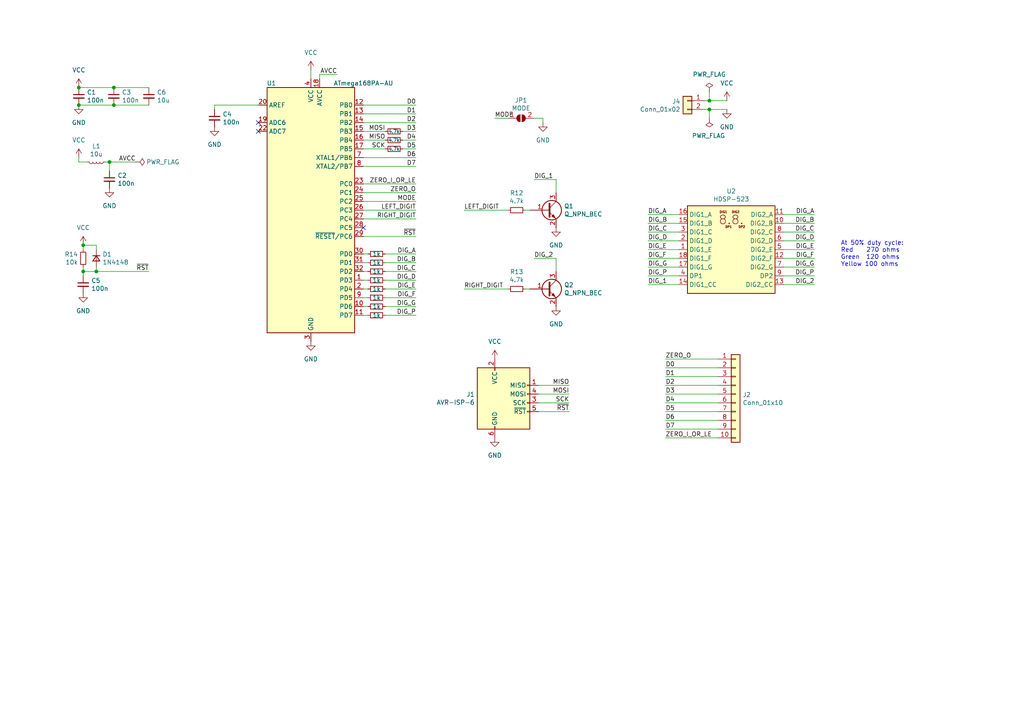
<source format=kicad_sch>
(kicad_sch (version 20211123) (generator eeschema)
  (paper "A4")
  (title_block (title "7 Segment Hex Display") (date "2021-12-17") (rev "A"))
  (lib_symbols
    (symbol "Connector:AVR-ISP-6" (pin_names (offset 1.016))
      (property "Reference" "J" (at -6.35 11.43 0))
      (property "Value" "AVR-ISP-6" (at 0 11.43 0))
      (symbol "AVR-ISP-6_0_1"
        (rectangle (start -2.667 -6.858) (end -2.413 -7.62))
        (rectangle (start -2.667 10.16) (end -2.413 9.398))
        (rectangle (start 7.62 -2.413) (end 6.858 -2.667))
        (rectangle (start 7.62 0.127) (end 6.858 -0.127))
        (rectangle (start 7.62 2.667) (end 6.858 2.413))
        (rectangle (start 7.62 5.207) (end 6.858 4.953))
        (rectangle (start 7.62 10.16) (end -7.62 -7.62) (stroke (width 0.254)) (fill (type background)))
      )
      (symbol "AVR-ISP-6_1_1"
        (pin passive line (at 10.16 5.08 180) (length 2.54) (name "MISO") (number "1"))
        (pin passive line (at -2.54 12.7 270) (length 2.54) (name "VCC") (number "2"))
        (pin passive line (at 10.16 0 180) (length 2.54) (name "SCK") (number "3"))
        (pin passive line (at 10.16 2.54 180) (length 2.54) (name "MOSI") (number "4"))
        (pin passive line (at 10.16 -2.54 180) (length 2.54) (name "~{RST}") (number "5"))
        (pin passive line (at -2.54 -10.16 90) (length 2.54) (name "GND") (number "6"))
      )
    )
    (symbol "Connector_Generic:Conn_01x02" (pin_names (offset 1.016) hide)
      (property "Reference" "J" (at 0 2.54 0))
      (property "Value" "Conn_01x02" (at 0 -5.08 0))
      (symbol "Conn_01x02_1_1"
        (rectangle (start -1.27 -2.413) (end 0 -2.667) (stroke (width 0.1524)))
        (rectangle (start -1.27 0.127) (end 0 -0.127) (stroke (width 0.1524)))
        (rectangle (start -1.27 1.27) (end 1.27 -3.81) (stroke (width 0.254)) (fill (type background)))
        (pin passive line (at -5.08 0 0) (length 3.81) (name "Pin_1") (number "1"))
        (pin passive line (at -5.08 -2.54 0) (length 3.81) (name "Pin_2") (number "2"))
      )
    )
    (symbol "Connector_Generic:Conn_01x10" (pin_names (offset 1.016) hide)
      (property "Reference" "J" (at 0 12.7 0))
      (property "Value" "Conn_01x10" (at 0 -15.24 0))
      (symbol "Conn_01x10_1_1"
        (rectangle (start -1.27 -12.573) (end 0 -12.827) (stroke (width 0.1524)))
        (rectangle (start -1.27 -10.033) (end 0 -10.287) (stroke (width 0.1524)))
        (rectangle (start -1.27 -7.493) (end 0 -7.747) (stroke (width 0.1524)))
        (rectangle (start -1.27 -4.953) (end 0 -5.207) (stroke (width 0.1524)))
        (rectangle (start -1.27 -2.413) (end 0 -2.667) (stroke (width 0.1524)))
        (rectangle (start -1.27 0.127) (end 0 -0.127) (stroke (width 0.1524)))
        (rectangle (start -1.27 2.667) (end 0 2.413) (stroke (width 0.1524)))
        (rectangle (start -1.27 5.207) (end 0 4.953) (stroke (width 0.1524)))
        (rectangle (start -1.27 7.747) (end 0 7.493) (stroke (width 0.1524)))
        (rectangle (start -1.27 10.287) (end 0 10.033) (stroke (width 0.1524)))
        (rectangle (start -1.27 11.43) (end 1.27 -13.97) (stroke (width 0.254)) (fill (type background)))
        (pin passive line (at -5.08 10.16 0) (length 3.81) (name "Pin_1") (number "1"))
        (pin passive line (at -5.08 -12.7 0) (length 3.81) (name "Pin_10") (number "10"))
        (pin passive line (at -5.08 7.62 0) (length 3.81) (name "Pin_2") (number "2"))
        (pin passive line (at -5.08 5.08 0) (length 3.81) (name "Pin_3") (number "3"))
        (pin passive line (at -5.08 2.54 0) (length 3.81) (name "Pin_4") (number "4"))
        (pin passive line (at -5.08 0 0) (length 3.81) (name "Pin_5") (number "5"))
        (pin passive line (at -5.08 -2.54 0) (length 3.81) (name "Pin_6") (number "6"))
        (pin passive line (at -5.08 -5.08 0) (length 3.81) (name "Pin_7") (number "7"))
        (pin passive line (at -5.08 -7.62 0) (length 3.81) (name "Pin_8") (number "8"))
        (pin passive line (at -5.08 -10.16 0) (length 3.81) (name "Pin_9") (number "9"))
      )
    )
    (symbol "Device:C_Small" (pin_numbers hide) (pin_names (offset 0.254) hide)
      (property "Reference" "C" (at 0.254 1.778 0))
      (property "Value" "C_Small" (at 0.254 -2.032 0))
      (symbol "C_Small_0_1"
        (polyline (pts (xy -1.524 -0.508) (xy 1.524 -0.508)) (stroke (width 0.3302)))
        (polyline (pts (xy -1.524 0.508) (xy 1.524 0.508)) (stroke (width 0.3048)))
      )
      (symbol "C_Small_1_1"
        (pin passive line (at 0 2.54 270) (length 2.032) (name "~") (number "1"))
        (pin passive line (at 0 -2.54 90) (length 2.032) (name "~") (number "2"))
      )
    )
    (symbol "Device:D_Small" (pin_numbers hide) (pin_names (offset 0.254) hide)
      (property "Reference" "D" (at -1.27 2.032 0))
      (property "Value" "D_Small" (at -3.81 -2.032 0))
      (symbol "D_Small_0_1"
        (polyline (pts (xy -0.762 -1.016) (xy -0.762 1.016)) (stroke (width 0.254)))
        (polyline (pts (xy -0.762 0) (xy 0.762 0)))
        (polyline (pts (xy 0.762 -1.016) (xy -0.762 0) (xy 0.762 1.016) (xy 0.762 -1.016)) (stroke (width 0.254)))
      )
      (symbol "D_Small_1_1"
        (pin passive line (at -2.54 0 0) (length 1.778) (name "K") (number "1"))
        (pin passive line (at 2.54 0 180) (length 1.778) (name "A") (number "2"))
      )
    )
    (symbol "Device:L_Small" (pin_numbers hide) (pin_names (offset 0.254) hide)
      (property "Reference" "L" (at 0.762 1.016 0))
      (property "Value" "L_Small" (at 0.762 -1.016 0))
      (symbol "L_Small_0_1"
        (arc (start 0 -2.032) (mid 0.508 -1.524) (end 0 -1.016))
        (arc (start 0 -1.016) (mid 0.508 -0.508) (end 0 0))
        (arc (start 0 0) (mid 0.508 0.508) (end 0 1.016))
        (arc (start 0 1.016) (mid 0.508 1.524) (end 0 2.032))
      )
      (symbol "L_Small_1_1"
        (pin passive line (at 0 2.54 270) (length 0.508) (name "~") (number "1"))
        (pin passive line (at 0 -2.54 90) (length 0.508) (name "~") (number "2"))
      )
    )
    (symbol "Device:Q_NPN_BEC" (pin_names (offset 0) hide)
      (property "Reference" "Q" (at 5.08 1.27 0))
      (property "Value" "Q_NPN_BEC" (at 5.08 -1.27 0))
      (symbol "Q_NPN_BEC_0_1"
        (polyline (pts (xy 0.635 0.635) (xy 2.54 2.54)))
        (polyline (pts (xy 0.635 -0.635) (xy 2.54 -2.54) (xy 2.54 -2.54)))
        (polyline (pts (xy 0.635 1.905) (xy 0.635 -1.905) (xy 0.635 -1.905)) (stroke (width 0.508)))
        (polyline (pts (xy 1.27 -1.778) (xy 1.778 -1.27) (xy 2.286 -2.286) (xy 1.27 -1.778) (xy 1.27 -1.778)) (fill (type outline)))
        (circle (center 1.27 0) (radius 2.8194) (stroke (width 0.254)))
      )
      (symbol "Q_NPN_BEC_1_1"
        (pin input line (at -5.08 0 0) (length 5.715) (name "B") (number "1"))
        (pin passive line (at 2.54 -5.08 90) (length 2.54) (name "E") (number "2"))
        (pin passive line (at 2.54 5.08 270) (length 2.54) (name "C") (number "3"))
      )
    )
    (symbol "Device:R_Small" (pin_numbers hide) (pin_names (offset 0.254) hide)
      (property "Reference" "R" (at 0.762 0.508 0))
      (property "Value" "R_Small" (at 0.762 -1.016 0))
      (symbol "R_Small_0_1"
        (rectangle (start -0.762 1.778) (end 0.762 -1.778) (stroke (width 0.2032)))
      )
      (symbol "R_Small_1_1"
        (pin passive line (at 0 2.54 270) (length 0.762) (name "~") (number "1"))
        (pin passive line (at 0 -2.54 90) (length 0.762) (name "~") (number "2"))
      )
    )
    (symbol "Display_Character:DC56-11SRWA"
      (property "Reference" "U" (at -11.43 13.97 0))
      (property "Value" "DC56-11SRWA" (at 12.065 13.97 0))
      (symbol "DC56-11SRWA_0_0"
        (text "8.8." (at 0 8.636 0) (effects (font (size 2.54 2.54))))
        (text "DIG1" (at -2.286 10.922 0) (effects (font (size 0.635 0.635))))
        (text "DIG2" (at 1.27 10.922 0) (effects (font (size 0.635 0.635))))
        (text "DP1" (at -0.762 6.604 0) (effects (font (size 0.635 0.635))))
        (text "DP2" (at 3.048 6.604 0) (effects (font (size 0.635 0.635))))
      )
      (symbol "DC56-11SRWA_0_1"
        (rectangle (start -12.7 12.7) (end 12.7 -12.7) (stroke (width 0.254)) (fill (type background)))
      )
      (symbol "DC56-11SRWA_1_1"
        (pin input line (at -15.24 0 0) (length 2.54) (name "DIG1_E") (number "1"))
        (pin input line (at 15.24 7.62 180) (length 2.54) (name "DIG2_B") (number "10"))
        (pin input line (at 15.24 10.16 180) (length 2.54) (name "DIG2_A") (number "11"))
        (pin input line (at 15.24 -2.54 180) (length 2.54) (name "DIG2_F") (number "12"))
        (pin input line (at 15.24 -10.16 180) (length 2.54) (name "DIG2_CC") (number "13"))
        (pin input line (at -15.24 -10.16 0) (length 2.54) (name "DIG1_CC") (number "14"))
        (pin input line (at -15.24 7.62 0) (length 2.54) (name "DIG1_B") (number "15"))
        (pin input line (at -15.24 10.16 0) (length 2.54) (name "DIG1_A") (number "16"))
        (pin input line (at -15.24 -5.08 0) (length 2.54) (name "DIG1_G") (number "17"))
        (pin input line (at -15.24 -2.54 0) (length 2.54) (name "DIG1_F") (number "18"))
        (pin input line (at -15.24 2.54 0) (length 2.54) (name "DIG1_D") (number "2"))
        (pin input line (at -15.24 5.08 0) (length 2.54) (name "DIG1_C") (number "3"))
        (pin input line (at -15.24 -7.62 0) (length 2.54) (name "DP1") (number "4"))
        (pin input line (at 15.24 0 180) (length 2.54) (name "DIG2_E") (number "5"))
        (pin input line (at 15.24 2.54 180) (length 2.54) (name "DIG2_D") (number "6"))
        (pin input line (at 15.24 -5.08 180) (length 2.54) (name "DIG2_G") (number "7"))
        (pin input line (at 15.24 5.08 180) (length 2.54) (name "DIG2_C") (number "8"))
        (pin input line (at 15.24 -7.62 180) (length 2.54) (name "DP2") (number "9"))
      )
    )
    (symbol "Jumper:SolderJumper_2_Open" (pin_names (offset 0) hide)
      (property "Reference" "JP" (at 0 2.032 0))
      (property "Value" "SolderJumper_2_Open" (at 0 -2.54 0))
      (symbol "SolderJumper_2_Open_0_1"
        (arc (start -0.254 1.016) (mid -1.27 0) (end -0.254 -1.016))
        (arc (start -0.254 1.016) (mid -1.27 0) (end -0.254 -1.016) (fill (type outline)))
        (polyline (pts (xy -0.254 1.016) (xy -0.254 -1.016)))
        (polyline (pts (xy 0.254 1.016) (xy 0.254 -1.016)))
        (arc (start 0.254 -1.016) (mid 1.27 0) (end 0.254 1.016))
        (arc (start 0.254 -1.016) (mid 1.27 0) (end 0.254 1.016) (fill (type outline)))
      )
      (symbol "SolderJumper_2_Open_1_1"
        (pin passive line (at -3.81 0 0) (length 2.54) (name "A") (number "1"))
        (pin passive line (at 3.81 0 180) (length 2.54) (name "B") (number "2"))
      )
    )
    (symbol "MCU_Microchip_ATmega:ATmega168PA-A"
      (property "Reference" "U" (at -12.7 36.83 0))
      (property "Value" "ATmega168PA-A" (at 2.54 -36.83 0))
      (symbol "ATmega168PA-A_0_1"
        (rectangle (start -12.7 -35.56) (end 12.7 35.56) (stroke (width 0.254)) (fill (type background)))
      )
      (symbol "ATmega168PA-A_1_1"
        (pin bidirectional line (at 15.24 -20.32 180) (length 2.54) (name "PD3") (number "1"))
        (pin bidirectional line (at 15.24 -27.94 180) (length 2.54) (name "PD6") (number "10"))
        (pin bidirectional line (at 15.24 -30.48 180) (length 2.54) (name "PD7") (number "11"))
        (pin bidirectional line (at 15.24 30.48 180) (length 2.54) (name "PB0") (number "12"))
        (pin bidirectional line (at 15.24 27.94 180) (length 2.54) (name "PB1") (number "13"))
        (pin bidirectional line (at 15.24 25.4 180) (length 2.54) (name "PB2") (number "14"))
        (pin bidirectional line (at 15.24 22.86 180) (length 2.54) (name "PB3") (number "15"))
        (pin bidirectional line (at 15.24 20.32 180) (length 2.54) (name "PB4") (number "16"))
        (pin bidirectional line (at 15.24 17.78 180) (length 2.54) (name "PB5") (number "17"))
        (pin power_in line (at 2.54 38.1 270) (length 2.54) (name "AVCC") (number "18"))
        (pin input line (at -15.24 25.4 0) (length 2.54) (name "ADC6") (number "19"))
        (pin bidirectional line (at 15.24 -22.86 180) (length 2.54) (name "PD4") (number "2"))
        (pin passive line (at -15.24 30.48 0) (length 2.54) (name "AREF") (number "20"))
        (pin passive line (at 0 -38.1 90) (length 2.54) hide (name "GND") (number "21"))
        (pin input line (at -15.24 22.86 0) (length 2.54) (name "ADC7") (number "22"))
        (pin bidirectional line (at 15.24 7.62 180) (length 2.54) (name "PC0") (number "23"))
        (pin bidirectional line (at 15.24 5.08 180) (length 2.54) (name "PC1") (number "24"))
        (pin bidirectional line (at 15.24 2.54 180) (length 2.54) (name "PC2") (number "25"))
        (pin bidirectional line (at 15.24 0 180) (length 2.54) (name "PC3") (number "26"))
        (pin bidirectional line (at 15.24 -2.54 180) (length 2.54) (name "PC4") (number "27"))
        (pin bidirectional line (at 15.24 -5.08 180) (length 2.54) (name "PC5") (number "28"))
        (pin bidirectional line (at 15.24 -7.62 180) (length 2.54) (name "~{RESET}/PC6") (number "29"))
        (pin power_in line (at 0 -38.1 90) (length 2.54) (name "GND") (number "3"))
        (pin bidirectional line (at 15.24 -12.7 180) (length 2.54) (name "PD0") (number "30"))
        (pin bidirectional line (at 15.24 -15.24 180) (length 2.54) (name "PD1") (number "31"))
        (pin bidirectional line (at 15.24 -17.78 180) (length 2.54) (name "PD2") (number "32"))
        (pin power_in line (at 0 38.1 270) (length 2.54) (name "VCC") (number "4"))
        (pin passive line (at 0 -38.1 90) (length 2.54) hide (name "GND") (number "5"))
        (pin passive line (at 0 38.1 270) (length 2.54) hide (name "VCC") (number "6"))
        (pin bidirectional line (at 15.24 15.24 180) (length 2.54) (name "XTAL1/PB6") (number "7"))
        (pin bidirectional line (at 15.24 12.7 180) (length 2.54) (name "XTAL2/PB7") (number "8"))
        (pin bidirectional line (at 15.24 -25.4 180) (length 2.54) (name "PD5") (number "9"))
      )
    )
    (symbol "power:GND" (power) (pin_names (offset 0))
      (property "Value" "GND" (at 0 -3.81 0))
      (symbol "GND_0_1"
        (polyline (pts (xy 0 0) (xy 0 -1.27) (xy 1.27 -1.27) (xy 0 -2.54) (xy -1.27 -1.27) (xy 0 -1.27)))
      )
      (symbol "GND_1_1"
        (pin power_in line (at 0 0 270) (length 0) hide (name "GND") (number "1"))
      )
    )
    (symbol "power:PWR_FLAG" (power) (pin_numbers hide) (pin_names (offset 0) hide)
      (property "Value" "PWR_FLAG" (at 0 3.81 0))
      (symbol "PWR_FLAG_0_0"
        (pin power_out line (at 0 0 90) (length 0) (name "pwr") (number "1"))
      )
      (symbol "PWR_FLAG_0_1"
        (polyline (pts (xy 0 0) (xy 0 1.27) (xy -1.016 1.905) (xy 0 2.54) (xy 1.016 1.905) (xy 0 1.27)))
      )
    )
    (symbol "power:VCC" (power) (pin_names (offset 0))
      (property "Value" "VCC" (at 0 3.81 0))
      (symbol "VCC_0_1"
        (polyline (pts (xy -0.762 1.27) (xy 0 2.54)))
        (polyline (pts (xy 0 0) (xy 0 2.54)))
        (polyline (pts (xy 0 2.54) (xy 0.762 1.27)))
      )
      (symbol "VCC_1_1"
        (pin power_in line (at 0 0 90) (length 0) hide (name "VCC") (number "1"))
      )
    )
  )
  (junction (at 31.75 46.99))
  (junction (at 24.13 78.74))
  (junction (at 205.74 29.21))
  (junction (at 205.74 31.75))
  (junction (at 22.86 25.4))
  (junction (at 22.86 30.48))
  (junction (at 27.94 78.74))
  (junction (at 33.02 30.48))
  (junction (at 24.13 71.12))
  (junction (at 33.02 25.4))
  (no_connect (at 105.41 66.04))
  (no_connect (at 74.93 38.1))
  (no_connect (at 74.93 35.56))
  (wire (pts (xy 24.13 77.47) (xy 24.13 78.74)))
  (wire (pts (xy 92.71 21.59) (xy 97.79 21.59)))
  (wire (pts (xy 227.33 64.77) (xy 236.22 64.77)))
  (wire (pts (xy 106.68 91.44) (xy 105.41 91.44)))
  (wire (pts (xy 227.33 69.85) (xy 236.22 69.85)))
  (wire (pts (xy 22.86 30.48) (xy 33.02 30.48)))
  (wire (pts (xy 105.41 43.18) (xy 111.76 43.18)))
  (wire (pts (xy 193.04 104.14) (xy 208.28 104.14)))
  (wire (pts (xy 210.82 29.21) (xy 205.74 29.21)))
  (wire (pts (xy 196.85 64.77) (xy 187.96 64.77)))
  (wire (pts (xy 92.71 21.59) (xy 92.71 22.86)))
  (wire (pts (xy 111.76 91.44) (xy 120.65 91.44)))
  (wire (pts (xy 120.65 53.34) (xy 105.41 53.34)))
  (wire (pts (xy 147.32 83.82) (xy 134.62 83.82)))
  (wire (pts (xy 106.68 78.74) (xy 105.41 78.74)))
  (wire (pts (xy 196.85 74.93) (xy 187.96 74.93)))
  (wire (pts (xy 227.33 72.39) (xy 236.22 72.39)))
  (wire (pts (xy 161.29 52.07) (xy 161.29 55.88)))
  (wire (pts (xy 33.02 30.48) (xy 43.18 30.48)))
  (wire (pts (xy 25.4 46.99) (xy 22.86 46.99)))
  (wire (pts (xy 120.65 68.58) (xy 105.41 68.58)))
  (wire (pts (xy 196.85 82.55) (xy 187.96 82.55)))
  (wire (pts (xy 111.76 88.9) (xy 120.65 88.9)))
  (wire (pts (xy 24.13 71.12) (xy 27.94 71.12)))
  (wire (pts (xy 208.28 109.22) (xy 193.04 109.22)))
  (wire (pts (xy 111.76 83.82) (xy 120.65 83.82)))
  (wire (pts (xy 161.29 74.93) (xy 161.29 78.74)))
  (wire (pts (xy 227.33 80.01) (xy 236.22 80.01)))
  (wire (pts (xy 193.04 106.68) (xy 208.28 106.68)))
  (wire (pts (xy 227.33 74.93) (xy 236.22 74.93)))
  (wire (pts (xy 116.84 38.1) (xy 120.65 38.1)))
  (wire (pts (xy 33.02 25.4) (xy 43.18 25.4)))
  (wire (pts (xy 204.47 31.75) (xy 205.74 31.75)))
  (wire (pts (xy 196.85 72.39) (xy 187.96 72.39)))
  (wire (pts (xy 111.76 86.36) (xy 120.65 86.36)))
  (wire (pts (xy 106.68 88.9) (xy 105.41 88.9)))
  (wire (pts (xy 227.33 82.55) (xy 236.22 82.55)))
  (wire (pts (xy 208.28 119.38) (xy 193.04 119.38)))
  (wire (pts (xy 154.94 74.93) (xy 161.29 74.93)))
  (wire (pts (xy 120.65 30.48) (xy 105.41 30.48)))
  (wire (pts (xy 105.41 81.28) (xy 106.68 81.28)))
  (wire (pts (xy 120.65 45.72) (xy 105.41 45.72)))
  (wire (pts (xy 30.48 46.99) (xy 31.75 46.99)))
  (wire (pts (xy 24.13 78.74) (xy 27.94 78.74)))
  (wire (pts (xy 31.75 46.99) (xy 39.37 46.99)))
  (wire (pts (xy 120.65 55.88) (xy 105.41 55.88)))
  (wire (pts (xy 196.85 69.85) (xy 187.96 69.85)))
  (wire (pts (xy 111.76 76.2) (xy 120.65 76.2)))
  (wire (pts (xy 193.04 121.92) (xy 208.28 121.92)))
  (wire (pts (xy 208.28 114.3) (xy 193.04 114.3)))
  (wire (pts (xy 62.23 31.75) (xy 62.23 30.48)))
  (wire (pts (xy 105.41 40.64) (xy 111.76 40.64)))
  (wire (pts (xy 205.74 29.21) (xy 204.47 29.21)))
  (wire (pts (xy 154.94 52.07) (xy 161.29 52.07)))
  (wire (pts (xy 111.76 81.28) (xy 120.65 81.28)))
  (wire (pts (xy 227.33 62.23) (xy 236.22 62.23)))
  (wire (pts (xy 120.65 40.64) (xy 116.84 40.64)))
  (wire (pts (xy 27.94 71.12) (xy 27.94 72.39)))
  (wire (pts (xy 111.76 78.74) (xy 120.65 78.74)))
  (wire (pts (xy 205.74 31.75) (xy 205.74 34.29)))
  (wire (pts (xy 193.04 116.84) (xy 208.28 116.84)))
  (wire (pts (xy 227.33 77.47) (xy 236.22 77.47)))
  (wire (pts (xy 22.86 25.4) (xy 33.02 25.4)))
  (wire (pts (xy 193.04 127) (xy 208.28 127)))
  (wire (pts (xy 24.13 78.74) (xy 24.13 80.01)))
  (wire (pts (xy 205.74 31.75) (xy 210.82 31.75)))
  (wire (pts (xy 120.65 35.56) (xy 105.41 35.56)))
  (wire (pts (xy 105.41 76.2) (xy 106.68 76.2)))
  (wire (pts (xy 153.67 83.82) (xy 152.4 83.82)))
  (wire (pts (xy 105.41 63.5) (xy 120.65 63.5)))
  (wire (pts (xy 120.65 58.42) (xy 105.41 58.42)))
  (wire (pts (xy 106.68 73.66) (xy 105.41 73.66)))
  (wire (pts (xy 208.28 124.46) (xy 193.04 124.46)))
  (wire (pts (xy 157.48 34.29) (xy 154.94 34.29)))
  (wire (pts (xy 227.33 67.31) (xy 236.22 67.31)))
  (wire (pts (xy 156.21 111.76) (xy 165.1 111.76)))
  (wire (pts (xy 105.41 60.96) (xy 120.65 60.96)))
  (wire (pts (xy 196.85 77.47) (xy 187.96 77.47)))
  (wire (pts (xy 106.68 83.82) (xy 105.41 83.82)))
  (wire (pts (xy 105.41 33.02) (xy 120.65 33.02)))
  (wire (pts (xy 165.1 119.38) (xy 156.21 119.38)))
  (wire (pts (xy 147.32 60.96) (xy 134.62 60.96)))
  (wire (pts (xy 153.67 60.96) (xy 152.4 60.96)))
  (wire (pts (xy 196.85 80.01) (xy 187.96 80.01)))
  (wire (pts (xy 111.76 38.1) (xy 105.41 38.1)))
  (wire (pts (xy 196.85 67.31) (xy 187.96 67.31)))
  (wire (pts (xy 105.41 48.26) (xy 120.65 48.26)))
  (wire (pts (xy 165.1 114.3) (xy 156.21 114.3)))
  (wire (pts (xy 62.23 30.48) (xy 74.93 30.48)))
  (wire (pts (xy 143.51 34.29) (xy 147.32 34.29)))
  (wire (pts (xy 22.86 46.99) (xy 22.86 45.72)))
  (wire (pts (xy 196.85 62.23) (xy 187.96 62.23)))
  (wire (pts (xy 116.84 43.18) (xy 120.65 43.18)))
  (wire (pts (xy 105.41 86.36) (xy 106.68 86.36)))
  (wire (pts (xy 27.94 78.74) (xy 43.18 78.74)))
  (wire (pts (xy 157.48 35.56) (xy 157.48 34.29)))
  (wire (pts (xy 156.21 116.84) (xy 165.1 116.84)))
  (wire (pts (xy 193.04 111.76) (xy 208.28 111.76)))
  (wire (pts (xy 31.75 49.53) (xy 31.75 46.99)))
  (wire (pts (xy 205.74 26.67) (xy 205.74 29.21)))
  (wire (pts (xy 111.76 73.66) (xy 120.65 73.66)))
  (wire (pts (xy 27.94 77.47) (xy 27.94 78.74)))
  (wire (pts (xy 24.13 72.39) (xy 24.13 71.12)))
  (wire (pts (xy 90.17 20.32) (xy 90.17 22.86)))
  (text "At 50% duty cycle:\nRed    270 ohms\nGreen  120 ohms\nYellow 100 ohms" (at 243.84 77.47 0) (effects (font (size 1.27 1.27)) (justify left bottom)))
  (label "DIG_F" (at 236.22 74.93 180))
  (label "D1" (at 120.65 33.02 180))
  (label "AVCC" (at 97.79 21.59 180))
  (label "LEFT_DIGIT" (at 120.65 60.96 180))
  (label "DIG_G" (at 120.65 88.9 180))
  (label "DIG_P" (at 236.22 80.01 180))
  (label "~{RST}" (at 120.65 68.58 180))
  (label "D1" (at 193.04 109.22 0))
  (label "DIG_A" (at 187.96 62.23 0))
  (label "DIG_D" (at 236.22 69.85 180))
  (label "D6" (at 120.65 45.72 180))
  (label "DIG_B" (at 187.96 64.77 0))
  (label "DIG_B" (at 236.22 64.77 180))
  (label "RIGHT_DIGIT" (at 134.62 83.82 0))
  (label "DIG_C" (at 120.65 78.74 180))
  (label "LEFT_DIGIT" (at 134.62 60.96 0))
  (label "DIG_E" (at 120.65 83.82 180))
  (label "DIG_1" (at 154.94 52.07 0))
  (label "D3" (at 120.65 38.1 180))
  (label "D6" (at 193.04 121.92 0))
  (label "MISO" (at 165.1 111.76 180))
  (label "SCK" (at 165.1 116.84 180))
  (label "D5" (at 193.04 119.38 0))
  (label "DIG_E" (at 187.96 72.39 0))
  (label "RIGHT_DIGIT" (at 120.65 63.5 180))
  (label "D7" (at 120.65 48.26 180))
  (label "DIG_1" (at 187.96 82.55 0))
  (label "DIG_G" (at 236.22 77.47 180))
  (label "D3" (at 193.04 114.3 0))
  (label "DIG_F" (at 187.96 74.93 0))
  (label "DIG_2" (at 154.94 74.93 0))
  (label "DIG_D" (at 120.65 81.28 180))
  (label "DIG_P" (at 120.65 91.44 180))
  (label "MOSI" (at 165.1 114.3 180))
  (label "D0" (at 193.04 106.68 0))
  (label "ZERO_O" (at 193.04 104.14 0))
  (label "MODE" (at 143.51 34.29 0))
  (label "DIG_E" (at 236.22 72.39 180))
  (label "DIG_D" (at 187.96 69.85 0))
  (label "D2" (at 120.65 35.56 180))
  (label "~{RST}" (at 43.18 78.74 180))
  (label "DIG_C" (at 187.96 67.31 0))
  (label "D0" (at 120.65 30.48 180))
  (label "SCK" (at 111.76 43.18 180))
  (label "ZERO_O" (at 120.65 55.88 180))
  (label "DIG_P" (at 187.96 80.01 0))
  (label "D7" (at 193.04 124.46 0))
  (label "D4" (at 193.04 116.84 0))
  (label "D2" (at 193.04 111.76 0))
  (label "DIG_2" (at 236.22 82.55 180))
  (label "DIG_G" (at 187.96 77.47 0))
  (label "D4" (at 120.65 40.64 180))
  (label "DIG_B" (at 120.65 76.2 180))
  (label "MODE" (at 120.65 58.42 180))
  (label "AVCC" (at 39.37 46.99 180))
  (label "MOSI" (at 111.76 38.1 180))
  (label "~{RST}" (at 165.1 119.38 180))
  (label "ZERO_I_OR_LE" (at 193.04 127 0))
  (label "DIG_A" (at 236.22 62.23 180))
  (label "DIG_A" (at 120.65 73.66 180))
  (label "ZERO_I_OR_LE" (at 120.65 53.34 180))
  (label "D5" (at 120.65 43.18 180))
  (label "DIG_C" (at 236.22 67.31 180))
  (label "DIG_F" (at 120.65 86.36 180))
  (label "MISO" (at 111.76 40.64 180))
  (symbol (lib_id "Display_Character:DC56-11SRWA") (at 212.09 72.39 0) (unit 1)
    (property "Reference" "U2" (at 212.09 55.4482 0))
    (property "Value" "HDSP-523" (at 212.09 57.7596 0))
    (property "Footprint" "Display_7Segment:DA56-11SURKWA" (effects hide))
    (property "Datasheet" "http://www.kingbrightusa.com/images/catalog/SPEC/DC56-11SRWA.pdf" (effects hide))
  )
  (symbol (lib_id "Connector_Generic:Conn_01x02") (at 199.39 29.21 0) (mirror y) (unit 1)
    (property "Reference" "J4" (at 197.358 29.4132 0) (effects (justify left)))
    (property "Value" "Conn_01x02" (at 197.358 31.7246 0) (effects (justify left)))
    (property "Footprint" "Connector_PinHeader_2.54mm:PinHeader_1x02_P2.54mm_Vertical_SMD_Pin1Left" (effects hide))
  )
  (symbol (lib_id "Device:Q_NPN_BEC") (at 158.75 60.96 0) (unit 1)
    (property "Reference" "Q1" (at 163.6014 59.7916 0) (effects (justify left)))
    (property "Value" "Q_NPN_BEC" (at 163.6014 62.103 0) (effects (justify left)))
    (property "Footprint" "Package_TO_SOT_SMD:SOT-23" (effects hide))
  )
  (symbol (lib_id "Connector_Generic:Conn_01x10") (at 213.36 114.3 0) (unit 1)
    (property "Reference" "J2" (at 215.392 114.5032 0) (effects (justify left)))
    (property "Value" "Conn_01x10" (at 215.392 116.8146 0) (effects (justify left)))
    (property "Footprint" "Connector_PinHeader_2.54mm:PinHeader_1x10_P2.54mm_Vertical" (effects hide))
  )
  (symbol (lib_id "Device:R_Small") (at 149.86 60.96 270) (unit 1)
    (property "Reference" "R12" (at 149.86 55.9816 90))
    (property "Value" "4.7k" (at 149.86 58.293 90))
    (property "Footprint" "Resistor_SMD:R_0402_1005Metric" (effects hide))
  )
  (symbol (lib_id "Device:Q_NPN_BEC") (at 158.75 83.82 0) (unit 1)
    (property "Reference" "Q2" (at 163.6014 82.6516 0) (effects (justify left)))
    (property "Value" "Q_NPN_BEC" (at 163.6014 84.963 0) (effects (justify left)))
    (property "Footprint" "Package_TO_SOT_SMD:SOT-23" (effects hide))
  )
  (symbol (lib_id "Device:R_Small") (at 149.86 83.82 270) (unit 1)
    (property "Reference" "R13" (at 149.86 78.8416 90))
    (property "Value" "4.7k" (at 149.86 81.153 90))
    (property "Footprint" "Resistor_SMD:R_0402_1005Metric" (effects hide))
  )
  (symbol (lib_id "Device:R_Small") (at 109.22 76.2 270) (unit 1)
    (property "Reference" "R2" (effects hide))
    (property "Value" "1k" (at 109.22 76.2 90))
    (property "Footprint" "Resistor_SMD:R_1206_3216Metric_Pad1.30x1.75mm_HandSolder" (effects hide))
  )
  (symbol (lib_id "Device:R_Small") (at 109.22 73.66 270) (unit 1)
    (property "Reference" "R1" (effects hide))
    (property "Value" "1k" (at 109.22 73.66 90))
    (property "Footprint" "Resistor_SMD:R_1206_3216Metric_Pad1.30x1.75mm_HandSolder" (effects hide))
  )
  (symbol (lib_id "Device:R_Small") (at 109.22 78.74 270) (unit 1)
    (property "Reference" "R3" (effects hide))
    (property "Value" "1k" (at 109.22 78.74 90))
    (property "Footprint" "Resistor_SMD:R_1206_3216Metric_Pad1.30x1.75mm_HandSolder" (effects hide))
  )
  (symbol (lib_id "Device:R_Small") (at 109.22 81.28 270) (unit 1)
    (property "Reference" "R4" (effects hide))
    (property "Value" "1k" (at 109.22 81.28 90))
    (property "Footprint" "Resistor_SMD:R_1206_3216Metric_Pad1.30x1.75mm_HandSolder" (effects hide))
  )
  (symbol (lib_id "Device:R_Small") (at 109.22 83.82 270) (unit 1)
    (property "Reference" "R5" (effects hide))
    (property "Value" "1k" (at 109.22 83.82 90))
    (property "Footprint" "Resistor_SMD:R_1206_3216Metric_Pad1.30x1.75mm_HandSolder" (effects hide))
  )
  (symbol (lib_id "Device:R_Small") (at 109.22 86.36 270) (unit 1)
    (property "Reference" "R6" (effects hide))
    (property "Value" "1k" (at 109.22 86.36 90))
    (property "Footprint" "Resistor_SMD:R_1206_3216Metric_Pad1.30x1.75mm_HandSolder" (effects hide))
  )
  (symbol (lib_id "Device:R_Small") (at 109.22 88.9 270) (unit 1)
    (property "Reference" "R7" (effects hide))
    (property "Value" "1k" (at 109.22 88.9 90))
    (property "Footprint" "Resistor_SMD:R_1206_3216Metric_Pad1.30x1.75mm_HandSolder" (effects hide))
  )
  (symbol (lib_id "Device:R_Small") (at 114.3 43.18 270) (unit 1)
    (property "Reference" "R11" (effects hide))
    (property "Value" "4.7k" (at 114.3 43.18 90) (effects (font (size 0.9906 0.9906))))
    (property "Footprint" "Resistor_SMD:R_0402_1005Metric" (effects hide))
  )
  (symbol (lib_id "Device:R_Small") (at 114.3 40.64 270) (unit 1)
    (property "Reference" "R10" (effects hide))
    (property "Value" "4.7k" (at 114.3 40.64 90) (effects (font (size 0.9906 0.9906))))
    (property "Footprint" "Resistor_SMD:R_0402_1005Metric" (effects hide))
  )
  (symbol (lib_id "Device:R_Small") (at 114.3 38.1 270) (unit 1)
    (property "Reference" "R9" (effects hide))
    (property "Value" "4.7k" (at 114.3 38.1 90) (effects (font (size 0.9906 0.9906))))
    (property "Footprint" "Resistor_SMD:R_0402_1005Metric" (effects hide))
  )
  (symbol (lib_id "Device:R_Small") (at 109.22 91.44 270) (unit 1)
    (property "Reference" "R8" (effects hide))
    (property "Value" "1k" (at 109.22 91.44 90))
    (property "Footprint" "Resistor_SMD:R_1206_3216Metric_Pad1.30x1.75mm_HandSolder" (effects hide))
  )
  (symbol (lib_id "Device:L_Small") (at 27.94 46.99 270) (unit 1)
    (property "Reference" "L1" (at 27.94 42.3926 90))
    (property "Value" "10u" (at 27.94 44.704 90))
    (property "Footprint" "Inductor_SMD:L_0603_1608Metric" (effects hide))
  )
  (symbol (lib_id "Device:R_Small") (at 24.13 74.93 0) (mirror x) (unit 1)
    (property "Reference" "R14" (at 22.6314 73.7616 0) (effects (justify right)))
    (property "Value" "10k" (at 22.6314 76.073 0) (effects (justify right)))
    (property "Footprint" "Resistor_SMD:R_0402_1005Metric" (effects hide))
  )
  (symbol (lib_id "Device:D_Small") (at 27.94 74.93 270) (unit 1)
    (property "Reference" "D1" (at 29.718 73.7616 90) (effects (justify left)))
    (property "Value" "1N4148" (at 29.718 76.073 90) (effects (justify left)))
    (property "Footprint" "Diode_SMD:D_SOD-323F" (effects hide))
  )
  (symbol (lib_id "Device:C_Small") (at 24.13 82.55 0) (unit 1)
    (property "Reference" "C5" (at 26.4668 81.3816 0) (effects (justify left)))
    (property "Value" "100n" (at 26.4668 83.693 0) (effects (justify left)))
    (property "Footprint" "Capacitor_SMD:C_0402_1005Metric" (effects hide))
  )
  (symbol (lib_id "Jumper:SolderJumper_2_Open") (at 151.13 34.29 0) (unit 1)
    (property "Reference" "JP1" (at 151.13 29.083 0))
    (property "Value" "MODE" (at 151.13 31.3944 0))
    (property "Footprint" "Jumper:SolderJumper-2_P1.3mm_Open_RoundedPad1.0x1.5mm" (effects hide))
  )
  (symbol (lib_id "MCU_Microchip_ATmega:ATmega168PA-A") (at 90.17 60.96 0) (unit 1)
    (property "Reference" "U1" (at 78.74 24.13 0))
    (property "Value" "ATmega168PA-AU" (at 105.41 24.13 0))
    (property "Footprint" "Package_QFP:TQFP-32_7x7mm_P0.8mm" (effects hide))
    (property "Datasheet" "http://ww1.microchip.com/downloads/en/DeviceDoc/ATmega48PA_88PA_168PA-Data-Sheet-40002011A.pdf" (effects hide))
  )
  (symbol (lib_id "Device:C_Small") (at 43.18 27.94 0) (unit 1)
    (property "Reference" "C6" (at 45.5168 26.7716 0) (effects (justify left)))
    (property "Value" "10u" (at 45.5168 29.083 0) (effects (justify left)))
    (property "Footprint" "Capacitor_SMD:C_0603_1608Metric" (effects hide))
  )
  (symbol (lib_id "Connector:AVR-ISP-6") (at 146.05 116.84 0) (unit 1)
    (property "Reference" "J1" (at 137.6934 114.4016 0) (effects (justify right)))
    (property "Value" "AVR-ISP-6" (at 137.6934 116.713 0) (effects (justify right)))
    (property "Footprint" "Connector_PinHeader_2.54mm:PinHeader_2x03_P2.54mm_Vertical" (effects hide))
    (property "Datasheet" " ~" (effects hide))
  )
  (symbol (lib_id "Device:C_Small") (at 62.23 34.29 0) (unit 1)
    (property "Reference" "C4" (at 64.5668 33.1216 0) (effects (justify left)))
    (property "Value" "100n" (at 64.5668 35.433 0) (effects (justify left)))
    (property "Footprint" "Capacitor_SMD:C_0402_1005Metric" (effects hide))
  )
  (symbol (lib_id "Device:C_Small") (at 31.75 52.07 0) (unit 1)
    (property "Reference" "C2" (at 34.0868 50.9016 0) (effects (justify left)))
    (property "Value" "100n" (at 34.0868 53.213 0) (effects (justify left)))
    (property "Footprint" "Capacitor_SMD:C_0402_1005Metric" (effects hide))
  )
  (symbol (lib_id "Device:C_Small") (at 33.02 27.94 0) (unit 1)
    (property "Reference" "C3" (at 35.3568 26.7716 0) (effects (justify left)))
    (property "Value" "100n" (at 35.3568 29.083 0) (effects (justify left)))
    (property "Footprint" "Capacitor_SMD:C_0402_1005Metric" (effects hide))
  )
  (symbol (lib_id "Device:C_Small") (at 22.86 27.94 0) (unit 1)
    (property "Reference" "C1" (at 25.1968 26.7716 0) (effects (justify left)))
    (property "Value" "100n" (at 25.1968 29.083 0) (effects (justify left)))
    (property "Footprint" "Capacitor_SMD:C_0402_1005Metric" (effects hide))
  )
  (symbol (lib_id "power:GND") (at 62.23 36.83 0) (unit 1)
    (property "Reference" "#PWR07" (effects hide))
    (property "Value" "GND" (at 62.23 41.91 0))
  )
  (symbol (lib_id "power:VCC") (at 143.51 104.14 0) (unit 1)
    (property "Reference" "#PWR010" (effects hide))
    (property "Value" "VCC" (at 143.51 99.06 0))
  )
  (symbol (lib_id "power:GND") (at 161.29 88.9 0) (unit 1)
    (property "Reference" "#PWR014" (effects hide))
    (property "Value" "GND" (at 161.29 93.98 0))
  )
  (symbol (lib_id "power:VCC") (at 210.82 29.21 0) (unit 1)
    (property "Reference" "#PWR015" (effects hide))
    (property "Value" "VCC" (at 210.82 24.13 0))
  )
  (symbol (lib_id "power:VCC") (at 22.86 25.4 0) (unit 1)
    (property "Reference" "#PWR01" (effects hide))
    (property "Value" "VCC" (at 22.86 20.32 0))
  )
  (symbol (lib_id "power:GND") (at 210.82 31.75 0) (unit 1)
    (property "Reference" "#PWR016" (effects hide))
    (property "Value" "GND" (at 210.82 36.83 0))
  )
  (symbol (lib_id "power:VCC") (at 24.13 71.12 0) (unit 1)
    (property "Reference" "#PWR04" (effects hide))
    (property "Value" "VCC" (at 24.13 66.04 0))
  )
  (symbol (lib_id "power:GND") (at 24.13 85.09 0) (unit 1)
    (property "Reference" "#PWR05" (effects hide))
    (property "Value" "GND" (at 24.13 90.17 0))
  )
  (symbol (lib_id "power:PWR_FLAG") (at 39.37 46.99 270) (unit 1)
    (property "Reference" "#FLG0101" (effects hide))
    (property "Value" "PWR_FLAG" (at 52.07 46.99 90) (effects (justify right)))
  )
  (symbol (lib_id "power:GND") (at 90.17 99.06 0) (unit 1)
    (property "Reference" "#PWR09" (effects hide))
    (property "Value" "GND" (at 90.17 104.14 0))
  )
  (symbol (lib_id "power:PWR_FLAG") (at 205.74 34.29 180) (unit 1)
    (property "Reference" "#FLG03" (effects hide))
    (property "Value" "PWR_FLAG" (at 200.66 39.37 0) (effects (justify right)))
  )
  (symbol (lib_id "power:GND") (at 22.86 30.48 0) (unit 1)
    (property "Reference" "#PWR02" (effects hide))
    (property "Value" "GND" (at 22.86 35.56 0))
  )
  (symbol (lib_id "power:PWR_FLAG") (at 205.74 26.67 0) (unit 1)
    (property "Reference" "#FLG02" (effects hide))
    (property "Value" "PWR_FLAG" (at 205.74 21.59 0))
  )
  (symbol (lib_id "power:GND") (at 157.48 35.56 0) (unit 1)
    (property "Reference" "#PWR012" (effects hide))
    (property "Value" "GND" (at 157.48 40.64 0))
  )
  (symbol (lib_id "power:GND") (at 161.29 66.04 0) (unit 1)
    (property "Reference" "#PWR013" (effects hide))
    (property "Value" "GND" (at 161.29 71.12 0))
  )
  (symbol (lib_id "power:VCC") (at 22.86 45.72 0) (unit 1)
    (property "Reference" "#PWR03" (effects hide))
    (property "Value" "VCC" (at 22.86 40.64 0))
  )
  (symbol (lib_id "power:VCC") (at 90.17 20.32 0) (unit 1)
    (property "Reference" "#PWR08" (effects hide))
    (property "Value" "VCC" (at 90.17 15.24 0))
  )
  (symbol (lib_id "power:GND") (at 143.51 127 0) (unit 1)
    (property "Reference" "#PWR011" (effects hide))
    (property "Value" "GND" (at 143.51 132.08 0))
  )
  (symbol (lib_id "power:GND") (at 31.75 54.61 0) (unit 1)
    (property "Reference" "#PWR06" (effects hide))
    (property "Value" "GND" (at 31.75 59.69 0))
  )
)
</source>
